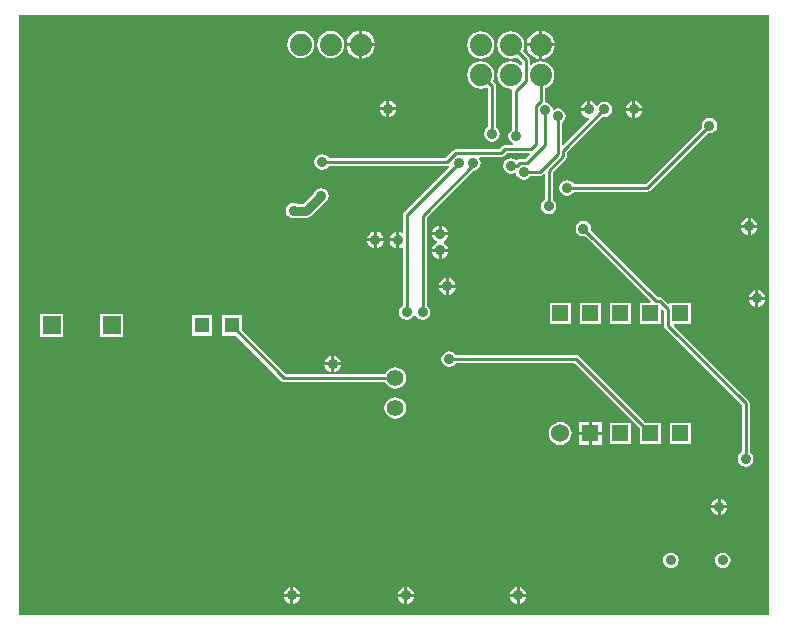
<source format=gbl>
%FSLAX25Y25*%
%MOIN*%
G70*
G01*
G75*
G04 Layer_Physical_Order=2*
G04 Layer_Color=16711680*
%ADD10R,0.04724X0.13780*%
G04:AMPARAMS|DCode=11|XSize=17.72mil|YSize=39.37mil|CornerRadius=4.43mil|HoleSize=0mil|Usage=FLASHONLY|Rotation=180.000|XOffset=0mil|YOffset=0mil|HoleType=Round|Shape=RoundedRectangle|*
%AMROUNDEDRECTD11*
21,1,0.01772,0.03051,0,0,180.0*
21,1,0.00886,0.03937,0,0,180.0*
1,1,0.00886,-0.00443,0.01526*
1,1,0.00886,0.00443,0.01526*
1,1,0.00886,0.00443,-0.01526*
1,1,0.00886,-0.00443,-0.01526*
%
%ADD11ROUNDEDRECTD11*%
%ADD12R,0.01772X0.03937*%
%ADD13R,0.03937X0.01772*%
%ADD14R,0.01969X0.09055*%
%ADD15R,0.05118X0.06102*%
%ADD16R,0.02756X0.02362*%
%ADD17R,0.02165X0.05906*%
%ADD18R,0.02362X0.02756*%
%ADD19R,0.03937X0.04331*%
%ADD20R,0.02362X0.01969*%
%ADD21R,0.02756X0.03543*%
%ADD22R,0.04331X0.03937*%
%ADD23R,0.03543X0.02756*%
%ADD24R,0.01969X0.02362*%
%ADD25R,0.25000X0.50000*%
%ADD26C,0.01000*%
%ADD27C,0.10000*%
%ADD28R,0.07874X0.09843*%
%ADD29C,0.07400*%
%ADD30C,0.05512*%
%ADD31R,0.05500X0.05500*%
%ADD32C,0.06000*%
%ADD33R,0.05118X0.05118*%
%ADD34R,0.05906X0.05906*%
%ADD35C,0.03500*%
%ADD36C,0.03543*%
%ADD37C,0.03000*%
G36*
X250000Y0D02*
X0D01*
Y200000D01*
X250000D01*
Y0D01*
D02*
G37*
%LPC*%
G36*
X125500Y72587D02*
X124572Y72464D01*
X123707Y72106D01*
X122964Y71536D01*
X122394Y70793D01*
X122036Y69928D01*
X121913Y69000D01*
X122036Y68072D01*
X122394Y67207D01*
X122964Y66464D01*
X123707Y65894D01*
X124572Y65536D01*
X125500Y65413D01*
X126428Y65536D01*
X127293Y65894D01*
X128036Y66464D01*
X128606Y67207D01*
X128964Y68072D01*
X129087Y69000D01*
X128964Y69928D01*
X128606Y70793D01*
X128036Y71536D01*
X127293Y72106D01*
X126428Y72464D01*
X125500Y72587D01*
D02*
G37*
G36*
X194250Y64250D02*
X191000D01*
Y61000D01*
X194250D01*
Y64250D01*
D02*
G37*
G36*
X74359Y99859D02*
X67641D01*
Y93141D01*
X72485D01*
X87563Y78063D01*
X87993Y77775D01*
X88500Y77675D01*
X122200D01*
X122394Y77207D01*
X122964Y76464D01*
X123707Y75894D01*
X124572Y75536D01*
X125500Y75413D01*
X126428Y75536D01*
X127293Y75894D01*
X128036Y76464D01*
X128606Y77207D01*
X128964Y78072D01*
X129087Y79000D01*
X128964Y79928D01*
X128606Y80793D01*
X128036Y81536D01*
X127293Y82106D01*
X126428Y82464D01*
X125500Y82587D01*
X124572Y82464D01*
X123707Y82106D01*
X122964Y81536D01*
X122394Y80793D01*
X122200Y80326D01*
X89049D01*
X74359Y95015D01*
Y99859D01*
D02*
G37*
G36*
X107308Y83200D02*
X105100D01*
Y80992D01*
X105318Y81021D01*
X105987Y81298D01*
X106561Y81739D01*
X107002Y82313D01*
X107279Y82982D01*
X107308Y83200D01*
D02*
G37*
G36*
X104100D02*
X101892D01*
X101921Y82982D01*
X102198Y82313D01*
X102639Y81739D01*
X103213Y81298D01*
X103882Y81021D01*
X104100Y80992D01*
Y83200D01*
D02*
G37*
G36*
X204050Y64050D02*
X196950D01*
Y56950D01*
X204050D01*
Y64050D01*
D02*
G37*
G36*
X194250Y60000D02*
X191000D01*
Y56750D01*
X194250D01*
Y60000D01*
D02*
G37*
G36*
X143500Y87900D02*
X142505Y87702D01*
X141662Y87138D01*
X141098Y86295D01*
X140900Y85300D01*
X141098Y84305D01*
X141662Y83461D01*
X142505Y82898D01*
X143500Y82700D01*
X144495Y82898D01*
X145338Y83461D01*
X145681Y83974D01*
X185151D01*
X206950Y62176D01*
Y56950D01*
X214050D01*
Y64050D01*
X208824D01*
X186637Y86237D01*
X186207Y86525D01*
X185700Y86625D01*
X145681D01*
X145338Y87138D01*
X144495Y87702D01*
X143500Y87900D01*
D02*
G37*
G36*
X190000Y64250D02*
X186750D01*
Y61000D01*
X190000D01*
Y64250D01*
D02*
G37*
G36*
X224050Y64050D02*
X216950D01*
Y56950D01*
X224050D01*
Y64050D01*
D02*
G37*
G36*
X104100Y86408D02*
X103882Y86379D01*
X103213Y86102D01*
X102639Y85661D01*
X102198Y85087D01*
X101921Y84418D01*
X101892Y84200D01*
X104100D01*
Y86408D01*
D02*
G37*
G36*
X204050Y104050D02*
X196950D01*
Y96950D01*
X204050D01*
Y104050D01*
D02*
G37*
G36*
X194050D02*
X186950D01*
Y96950D01*
X194050D01*
Y104050D01*
D02*
G37*
G36*
X245500Y105000D02*
X243292D01*
X243321Y104782D01*
X243598Y104113D01*
X244039Y103539D01*
X244613Y103098D01*
X245282Y102821D01*
X245500Y102792D01*
Y105000D01*
D02*
G37*
G36*
Y108208D02*
X245282Y108179D01*
X244613Y107902D01*
X244039Y107461D01*
X243598Y106887D01*
X243321Y106218D01*
X243292Y106000D01*
X245500D01*
Y108208D01*
D02*
G37*
G36*
X248708Y105000D02*
X246500D01*
Y102792D01*
X246718Y102821D01*
X247387Y103098D01*
X247961Y103539D01*
X248402Y104113D01*
X248679Y104782D01*
X248708Y105000D01*
D02*
G37*
G36*
X14753Y100253D02*
X7247D01*
Y92747D01*
X14753D01*
Y100253D01*
D02*
G37*
G36*
X105100Y86408D02*
Y84200D01*
X107308D01*
X107279Y84418D01*
X107002Y85087D01*
X106561Y85661D01*
X105987Y86102D01*
X105318Y86379D01*
X105100Y86408D01*
D02*
G37*
G36*
X34753Y100253D02*
X27247D01*
Y92747D01*
X34753D01*
Y100253D01*
D02*
G37*
G36*
X184050Y104050D02*
X176950D01*
Y96950D01*
X184050D01*
Y104050D01*
D02*
G37*
G36*
X64359Y99859D02*
X57641D01*
Y93141D01*
X64359D01*
Y99859D01*
D02*
G37*
G36*
X90500Y9208D02*
X90282Y9179D01*
X89613Y8902D01*
X89039Y8461D01*
X88598Y7887D01*
X88321Y7218D01*
X88292Y7000D01*
X90500D01*
Y9208D01*
D02*
G37*
G36*
X169208Y6000D02*
X167000D01*
Y3792D01*
X167218Y3821D01*
X167887Y4098D01*
X168461Y4539D01*
X168902Y5113D01*
X169179Y5782D01*
X169208Y6000D01*
D02*
G37*
G36*
X91500Y9208D02*
Y7000D01*
X93708D01*
X93679Y7218D01*
X93402Y7887D01*
X92961Y8461D01*
X92387Y8902D01*
X91718Y9179D01*
X91500Y9208D01*
D02*
G37*
G36*
X129500D02*
Y7000D01*
X131708D01*
X131679Y7218D01*
X131402Y7887D01*
X130961Y8461D01*
X130387Y8902D01*
X129718Y9179D01*
X129500Y9208D01*
D02*
G37*
G36*
X128500D02*
X128282Y9179D01*
X127613Y8902D01*
X127039Y8461D01*
X126598Y7887D01*
X126321Y7218D01*
X126292Y7000D01*
X128500D01*
Y9208D01*
D02*
G37*
G36*
X93708Y6000D02*
X91500D01*
Y3792D01*
X91718Y3821D01*
X92387Y4098D01*
X92961Y4539D01*
X93402Y5113D01*
X93679Y5782D01*
X93708Y6000D01*
D02*
G37*
G36*
X90500D02*
X88292D01*
X88321Y5782D01*
X88598Y5113D01*
X89039Y4539D01*
X89613Y4098D01*
X90282Y3821D01*
X90500Y3792D01*
Y6000D01*
D02*
G37*
G36*
X128500D02*
X126292D01*
X126321Y5782D01*
X126598Y5113D01*
X127039Y4539D01*
X127613Y4098D01*
X128282Y3821D01*
X128500Y3792D01*
Y6000D01*
D02*
G37*
G36*
X166000D02*
X163792D01*
X163821Y5782D01*
X164098Y5113D01*
X164539Y4539D01*
X165113Y4098D01*
X165782Y3821D01*
X166000Y3792D01*
Y6000D01*
D02*
G37*
G36*
X131708D02*
X129500D01*
Y3792D01*
X129718Y3821D01*
X130387Y4098D01*
X130961Y4539D01*
X131402Y5113D01*
X131679Y5782D01*
X131708Y6000D01*
D02*
G37*
G36*
X166000Y9208D02*
X165782Y9179D01*
X165113Y8902D01*
X164539Y8461D01*
X164098Y7887D01*
X163821Y7218D01*
X163792Y7000D01*
X166000D01*
Y9208D01*
D02*
G37*
G36*
X234000Y38708D02*
Y36500D01*
X236208D01*
X236179Y36718D01*
X235902Y37387D01*
X235461Y37961D01*
X234887Y38402D01*
X234218Y38679D01*
X234000Y38708D01*
D02*
G37*
G36*
X233000D02*
X232782Y38679D01*
X232113Y38402D01*
X231539Y37961D01*
X231098Y37387D01*
X230821Y36718D01*
X230792Y36500D01*
X233000D01*
Y38708D01*
D02*
G37*
G36*
X188200Y131400D02*
X187205Y131202D01*
X186362Y130638D01*
X185798Y129795D01*
X185600Y128800D01*
X185798Y127805D01*
X186362Y126962D01*
X187205Y126398D01*
X188200Y126200D01*
X188805Y126320D01*
X210614Y104512D01*
X210422Y104050D01*
X206950D01*
Y96950D01*
X214050D01*
Y101761D01*
X214512Y101952D01*
X215125Y101339D01*
Y96450D01*
X215225Y95943D01*
X215513Y95513D01*
X215513Y95513D01*
X215513Y95513D01*
X240974Y70051D01*
Y54181D01*
X240461Y53838D01*
X239898Y52995D01*
X239700Y52000D01*
X239898Y51005D01*
X240461Y50161D01*
X241305Y49598D01*
X242300Y49400D01*
X243295Y49598D01*
X244139Y50161D01*
X244702Y51005D01*
X244900Y52000D01*
X244702Y52995D01*
X244139Y53838D01*
X243625Y54181D01*
Y70600D01*
X243525Y71107D01*
X243237Y71537D01*
X218286Y96488D01*
X218478Y96950D01*
X224050D01*
Y104050D01*
X216950D01*
Y103916D01*
X216488Y103725D01*
X214726Y105487D01*
X214296Y105775D01*
X213789Y105876D01*
X212999D01*
X190680Y128195D01*
X190800Y128800D01*
X190602Y129795D01*
X190038Y130638D01*
X189195Y131202D01*
X188200Y131400D01*
D02*
G37*
G36*
X190000Y60000D02*
X186750D01*
Y56750D01*
X190000D01*
Y60000D01*
D02*
G37*
G36*
X180500Y64333D02*
X179508Y64202D01*
X178584Y63819D01*
X177790Y63210D01*
X177181Y62416D01*
X176798Y61492D01*
X176667Y60500D01*
X176798Y59508D01*
X177181Y58584D01*
X177790Y57790D01*
X178584Y57181D01*
X179508Y56798D01*
X180500Y56667D01*
X181492Y56798D01*
X182416Y57181D01*
X183210Y57790D01*
X183819Y58584D01*
X184202Y59508D01*
X184333Y60500D01*
X184202Y61492D01*
X183819Y62416D01*
X183210Y63210D01*
X182416Y63819D01*
X181492Y64202D01*
X180500Y64333D01*
D02*
G37*
G36*
X217339Y20830D02*
X216667Y20742D01*
X216042Y20483D01*
X215505Y20070D01*
X215092Y19533D01*
X214833Y18908D01*
X214745Y18236D01*
X214833Y17565D01*
X215092Y16939D01*
X215505Y16402D01*
X216042Y15990D01*
X216667Y15731D01*
X217339Y15642D01*
X218010Y15731D01*
X218636Y15990D01*
X219173Y16402D01*
X219585Y16939D01*
X219844Y17565D01*
X219932Y18236D01*
X219844Y18908D01*
X219585Y19533D01*
X219173Y20070D01*
X218636Y20483D01*
X218010Y20742D01*
X217339Y20830D01*
D02*
G37*
G36*
X167000Y9208D02*
Y7000D01*
X169208D01*
X169179Y7218D01*
X168902Y7887D01*
X168461Y8461D01*
X167887Y8902D01*
X167218Y9179D01*
X167000Y9208D01*
D02*
G37*
G36*
X234661Y20830D02*
X233990Y20742D01*
X233365Y20483D01*
X232827Y20070D01*
X232415Y19533D01*
X232156Y18908D01*
X232068Y18236D01*
X232156Y17565D01*
X232415Y16939D01*
X232827Y16402D01*
X233365Y15990D01*
X233990Y15731D01*
X234661Y15642D01*
X235333Y15731D01*
X235958Y15990D01*
X236495Y16402D01*
X236908Y16939D01*
X237167Y17565D01*
X237255Y18236D01*
X237167Y18908D01*
X236908Y19533D01*
X236495Y20070D01*
X235958Y20483D01*
X235333Y20742D01*
X234661Y20830D01*
D02*
G37*
G36*
X236208Y35500D02*
X234000D01*
Y33292D01*
X234218Y33321D01*
X234887Y33598D01*
X235461Y34039D01*
X235902Y34613D01*
X236179Y35282D01*
X236208Y35500D01*
D02*
G37*
G36*
X233000D02*
X230792D01*
X230821Y35282D01*
X231098Y34613D01*
X231539Y34039D01*
X232113Y33598D01*
X232782Y33321D01*
X233000Y33292D01*
Y35500D01*
D02*
G37*
G36*
X246500Y108208D02*
Y106000D01*
X248708D01*
X248679Y106218D01*
X248402Y106887D01*
X247961Y107461D01*
X247387Y107902D01*
X246718Y108179D01*
X246500Y108208D01*
D02*
G37*
G36*
X205500Y171208D02*
Y169000D01*
X207708D01*
X207679Y169218D01*
X207402Y169887D01*
X206961Y170461D01*
X206387Y170902D01*
X205718Y171179D01*
X205500Y171208D01*
D02*
G37*
G36*
X204500D02*
X204282Y171179D01*
X203613Y170902D01*
X203039Y170461D01*
X202598Y169887D01*
X202321Y169218D01*
X202292Y169000D01*
X204500D01*
Y171208D01*
D02*
G37*
G36*
X122500Y171508D02*
X122282Y171479D01*
X121613Y171202D01*
X121039Y170761D01*
X120598Y170187D01*
X120321Y169518D01*
X120292Y169300D01*
X122500D01*
Y171508D01*
D02*
G37*
G36*
X164000Y194539D02*
X162825Y194384D01*
X161731Y193931D01*
X160791Y193209D01*
X160069Y192269D01*
X159616Y191175D01*
X159461Y190000D01*
X159616Y188825D01*
X160069Y187731D01*
X160791Y186791D01*
X161731Y186069D01*
X162825Y185616D01*
X164000Y185461D01*
X165175Y185616D01*
X166119Y186007D01*
X167675Y184451D01*
Y183367D01*
X167209Y183209D01*
X166269Y183931D01*
X165175Y184384D01*
X164000Y184539D01*
X162825Y184384D01*
X161731Y183931D01*
X160791Y183209D01*
X160069Y182269D01*
X159616Y181175D01*
X159461Y180000D01*
X159616Y178825D01*
X160069Y177731D01*
X160791Y176791D01*
X161731Y176069D01*
X162825Y175616D01*
X164000Y175461D01*
X164211Y175489D01*
X164553Y175124D01*
X164474Y174729D01*
Y161781D01*
X163962Y161438D01*
X163398Y160595D01*
X163200Y159600D01*
X163398Y158605D01*
X163962Y157762D01*
X164796Y157204D01*
X164651Y156726D01*
X162200D01*
X161693Y156625D01*
X161263Y156337D01*
X160101Y155175D01*
X145637D01*
X145129Y155075D01*
X144699Y154787D01*
X142238Y152325D01*
X103281D01*
X102938Y152838D01*
X102095Y153402D01*
X101100Y153600D01*
X100105Y153402D01*
X99261Y152838D01*
X98698Y151995D01*
X98500Y151000D01*
X98698Y150005D01*
X99261Y149162D01*
X100105Y148598D01*
X101100Y148400D01*
X102095Y148598D01*
X102938Y149162D01*
X103281Y149674D01*
X142787D01*
X143294Y149775D01*
X143304Y149782D01*
X143621Y149396D01*
X128413Y134187D01*
X128125Y133757D01*
X128024Y133250D01*
Y127712D01*
X127609Y127435D01*
X127018Y127679D01*
X126800Y127708D01*
Y125000D01*
Y122292D01*
X127018Y122321D01*
X127609Y122565D01*
X128024Y122288D01*
Y103115D01*
X127462Y102738D01*
X126898Y101895D01*
X126700Y100900D01*
X126898Y99905D01*
X127462Y99062D01*
X128305Y98498D01*
X129300Y98300D01*
X130295Y98498D01*
X131138Y99062D01*
X131700Y99902D01*
X132200D01*
X132762Y99062D01*
X133605Y98498D01*
X134600Y98300D01*
X135595Y98498D01*
X136438Y99062D01*
X137002Y99905D01*
X137200Y100900D01*
X137002Y101895D01*
X136438Y102738D01*
X135925Y103081D01*
Y132551D01*
X151493Y148119D01*
X152395Y148298D01*
X153238Y148862D01*
X153802Y149705D01*
X154000Y150700D01*
X153802Y151695D01*
X153542Y152084D01*
X153778Y152524D01*
X160650D01*
X161157Y152625D01*
X161587Y152913D01*
X161587Y152913D01*
X161587Y152913D01*
X162749Y154075D01*
X170247D01*
X170438Y153613D01*
X168901Y152076D01*
X167037D01*
X166529Y151975D01*
X166099Y151687D01*
X165941Y151528D01*
X165838Y151539D01*
X164995Y152102D01*
X164000Y152300D01*
X163005Y152102D01*
X162162Y151538D01*
X161598Y150695D01*
X161400Y149700D01*
X161598Y148705D01*
X162162Y147862D01*
X163005Y147298D01*
X164000Y147100D01*
X164995Y147298D01*
X165314Y147511D01*
X165776Y147320D01*
X165898Y146705D01*
X166462Y145862D01*
X167305Y145298D01*
X168300Y145100D01*
X169295Y145298D01*
X170138Y145862D01*
X170481Y146374D01*
X173600D01*
X174107Y146475D01*
X174537Y146763D01*
X174537Y146763D01*
X174537Y146763D01*
X174813Y147038D01*
X175275Y146847D01*
Y138381D01*
X174762Y138038D01*
X174198Y137195D01*
X174000Y136200D01*
X174198Y135205D01*
X174762Y134362D01*
X175605Y133798D01*
X176600Y133600D01*
X177595Y133798D01*
X178438Y134362D01*
X179002Y135205D01*
X179200Y136200D01*
X179002Y137195D01*
X178438Y138038D01*
X177926Y138381D01*
Y147605D01*
X182437Y152117D01*
X182725Y152547D01*
X182826Y153054D01*
Y154251D01*
X194595Y166020D01*
X195200Y165900D01*
X196195Y166098D01*
X197038Y166662D01*
X197602Y167505D01*
X197800Y168500D01*
X197602Y169495D01*
X197038Y170338D01*
X196195Y170902D01*
X195200Y171100D01*
X194205Y170902D01*
X193362Y170338D01*
X192948Y169720D01*
X192451Y169769D01*
X192402Y169887D01*
X191961Y170461D01*
X191387Y170902D01*
X190718Y171179D01*
X190500Y171208D01*
Y168500D01*
X190000D01*
Y168000D01*
X187292D01*
X187321Y167782D01*
X187598Y167113D01*
X188039Y166539D01*
X188613Y166098D01*
X189282Y165821D01*
X189927Y165736D01*
X190088Y165262D01*
X181487Y156662D01*
X181026Y156853D01*
Y164119D01*
X181538Y164462D01*
X182102Y165305D01*
X182300Y166300D01*
X182102Y167295D01*
X181538Y168138D01*
X180695Y168702D01*
X179700Y168900D01*
X178705Y168702D01*
X178386Y168489D01*
X177924Y168680D01*
X177802Y169295D01*
X177238Y170138D01*
X176395Y170702D01*
X175400Y170900D01*
X175326Y171213D01*
Y175678D01*
X176269Y176069D01*
X177209Y176791D01*
X177931Y177731D01*
X178384Y178825D01*
X178539Y180000D01*
X178384Y181175D01*
X177931Y182269D01*
X177209Y183209D01*
X176269Y183931D01*
X175175Y184384D01*
X174000Y184539D01*
X172825Y184384D01*
X171731Y183931D01*
X170791Y183209D01*
X170326Y183367D01*
Y185000D01*
X170225Y185507D01*
X169937Y185937D01*
X167993Y187881D01*
X168384Y188825D01*
X168539Y190000D01*
X168384Y191175D01*
X167931Y192269D01*
X167209Y193209D01*
X166269Y193931D01*
X165175Y194384D01*
X164000Y194539D01*
D02*
G37*
G36*
X123500Y171508D02*
Y169300D01*
X125708D01*
X125679Y169518D01*
X125402Y170187D01*
X124961Y170761D01*
X124387Y171202D01*
X123718Y171479D01*
X123500Y171508D01*
D02*
G37*
G36*
X207708Y168000D02*
X205500D01*
Y165792D01*
X205718Y165821D01*
X206387Y166098D01*
X206961Y166539D01*
X207402Y167113D01*
X207679Y167782D01*
X207708Y168000D01*
D02*
G37*
G36*
X204500D02*
X202292D01*
X202321Y167782D01*
X202598Y167113D01*
X203039Y166539D01*
X203613Y166098D01*
X204282Y165821D01*
X204500Y165792D01*
Y168000D01*
D02*
G37*
G36*
X122500Y168300D02*
X120292D01*
X120321Y168082D01*
X120598Y167413D01*
X121039Y166839D01*
X121613Y166398D01*
X122282Y166121D01*
X122500Y166092D01*
Y168300D01*
D02*
G37*
G36*
X189500Y171208D02*
X189282Y171179D01*
X188613Y170902D01*
X188039Y170461D01*
X187598Y169887D01*
X187321Y169218D01*
X187292Y169000D01*
X189500D01*
Y171208D01*
D02*
G37*
G36*
X125708Y168300D02*
X123500D01*
Y166092D01*
X123718Y166121D01*
X124387Y166398D01*
X124961Y166839D01*
X125402Y167413D01*
X125679Y168082D01*
X125708Y168300D01*
D02*
G37*
G36*
X173500Y189500D02*
X169325D01*
X169421Y188773D01*
X169895Y187630D01*
X170648Y186648D01*
X171630Y185895D01*
X172773Y185421D01*
X173500Y185325D01*
Y189500D01*
D02*
G37*
G36*
Y194675D02*
X172773Y194579D01*
X171630Y194105D01*
X170648Y193352D01*
X169895Y192370D01*
X169421Y191227D01*
X169325Y190500D01*
X173500D01*
Y194675D01*
D02*
G37*
G36*
X104000Y194689D02*
X102825Y194534D01*
X101731Y194081D01*
X100791Y193359D01*
X100069Y192419D01*
X99616Y191325D01*
X99461Y190150D01*
X99616Y188975D01*
X100069Y187881D01*
X100791Y186941D01*
X101731Y186219D01*
X102825Y185766D01*
X104000Y185611D01*
X105175Y185766D01*
X106269Y186219D01*
X107209Y186941D01*
X107931Y187881D01*
X108384Y188975D01*
X108539Y190150D01*
X108384Y191325D01*
X107931Y192419D01*
X107209Y193359D01*
X106269Y194081D01*
X105175Y194534D01*
X104000Y194689D01*
D02*
G37*
G36*
X174500Y194675D02*
Y190500D01*
X178675D01*
X178579Y191227D01*
X178105Y192370D01*
X177352Y193352D01*
X176370Y194105D01*
X175227Y194579D01*
X174500Y194675D01*
D02*
G37*
G36*
X114500Y194825D02*
Y190650D01*
X118675D01*
X118579Y191377D01*
X118105Y192520D01*
X117352Y193502D01*
X116370Y194255D01*
X115227Y194729D01*
X114500Y194825D01*
D02*
G37*
G36*
X113500D02*
X112773Y194729D01*
X111630Y194255D01*
X110648Y193502D01*
X109895Y192520D01*
X109421Y191377D01*
X109325Y190650D01*
X113500D01*
Y194825D01*
D02*
G37*
G36*
X154000Y194539D02*
X152825Y194384D01*
X151731Y193931D01*
X150791Y193209D01*
X150069Y192269D01*
X149616Y191175D01*
X149461Y190000D01*
X149616Y188825D01*
X150069Y187731D01*
X150791Y186791D01*
X151731Y186069D01*
X152825Y185616D01*
X154000Y185461D01*
X155175Y185616D01*
X156269Y186069D01*
X157209Y186791D01*
X157931Y187731D01*
X158384Y188825D01*
X158539Y190000D01*
X158384Y191175D01*
X157931Y192269D01*
X157209Y193209D01*
X156269Y193931D01*
X155175Y194384D01*
X154000Y194539D01*
D02*
G37*
G36*
X178675Y189500D02*
X174500D01*
Y185325D01*
X175227Y185421D01*
X176370Y185895D01*
X177352Y186648D01*
X178105Y187630D01*
X178579Y188773D01*
X178675Y189500D01*
D02*
G37*
G36*
X113500Y189650D02*
X109325D01*
X109421Y188923D01*
X109895Y187780D01*
X110648Y186798D01*
X111630Y186045D01*
X112773Y185571D01*
X113500Y185475D01*
Y189650D01*
D02*
G37*
G36*
X94000Y194689D02*
X92825Y194534D01*
X91731Y194081D01*
X90791Y193359D01*
X90069Y192419D01*
X89616Y191325D01*
X89461Y190150D01*
X89616Y188975D01*
X90069Y187881D01*
X90791Y186941D01*
X91731Y186219D01*
X92825Y185766D01*
X94000Y185611D01*
X95175Y185766D01*
X96269Y186219D01*
X97209Y186941D01*
X97931Y187881D01*
X98384Y188975D01*
X98539Y190150D01*
X98384Y191325D01*
X97931Y192419D01*
X97209Y193359D01*
X96269Y194081D01*
X95175Y194534D01*
X94000Y194689D01*
D02*
G37*
G36*
X118675Y189650D02*
X114500D01*
Y185475D01*
X115227Y185571D01*
X116370Y186045D01*
X117352Y186798D01*
X118105Y187780D01*
X118579Y188923D01*
X118675Y189650D01*
D02*
G37*
G36*
X230200Y165700D02*
X229205Y165502D01*
X228362Y164938D01*
X227798Y164095D01*
X227600Y163100D01*
X227720Y162495D01*
X208951Y143726D01*
X184981D01*
X184638Y144238D01*
X183795Y144802D01*
X182800Y145000D01*
X181805Y144802D01*
X180962Y144238D01*
X180398Y143395D01*
X180200Y142400D01*
X180398Y141405D01*
X180962Y140562D01*
X181805Y139998D01*
X182800Y139800D01*
X183795Y139998D01*
X184638Y140562D01*
X184981Y141075D01*
X209500D01*
X210007Y141175D01*
X210437Y141463D01*
X210437Y141463D01*
X210437Y141463D01*
X229595Y160620D01*
X230200Y160500D01*
X231195Y160698D01*
X232038Y161262D01*
X232602Y162105D01*
X232800Y163100D01*
X232602Y164095D01*
X232038Y164938D01*
X231195Y165502D01*
X230200Y165700D01*
D02*
G37*
G36*
X143208Y126500D02*
X137792D01*
X137821Y126282D01*
X138098Y125613D01*
X138539Y125039D01*
X139113Y124598D01*
X139349Y124500D01*
Y124000D01*
X139113Y123902D01*
X138539Y123461D01*
X138098Y122887D01*
X137821Y122218D01*
X137792Y122000D01*
X143208D01*
X143179Y122218D01*
X142902Y122887D01*
X142461Y123461D01*
X141887Y123902D01*
X141651Y124000D01*
Y124500D01*
X141887Y124598D01*
X142461Y125039D01*
X142902Y125613D01*
X143179Y126282D01*
X143208Y126500D01*
D02*
G37*
G36*
Y121000D02*
X141000D01*
Y118792D01*
X141218Y118821D01*
X141887Y119098D01*
X142461Y119539D01*
X142902Y120113D01*
X143179Y120782D01*
X143208Y121000D01*
D02*
G37*
G36*
X125800Y124500D02*
X123592D01*
X123621Y124282D01*
X123898Y123613D01*
X124339Y123039D01*
X124913Y122598D01*
X125582Y122321D01*
X125800Y122292D01*
Y124500D01*
D02*
G37*
G36*
X121608Y124600D02*
X119400D01*
Y122392D01*
X119618Y122421D01*
X120287Y122698D01*
X120861Y123139D01*
X121302Y123713D01*
X121579Y124382D01*
X121608Y124600D01*
D02*
G37*
G36*
X118400D02*
X116192D01*
X116221Y124382D01*
X116498Y123713D01*
X116939Y123139D01*
X117513Y122698D01*
X118182Y122421D01*
X118400Y122392D01*
Y124600D01*
D02*
G37*
G36*
X145608Y109000D02*
X143400D01*
Y106792D01*
X143618Y106821D01*
X144287Y107098D01*
X144861Y107539D01*
X145302Y108113D01*
X145579Y108782D01*
X145608Y109000D01*
D02*
G37*
G36*
X142400D02*
X140192D01*
X140221Y108782D01*
X140498Y108113D01*
X140939Y107539D01*
X141513Y107098D01*
X142182Y106821D01*
X142400Y106792D01*
Y109000D01*
D02*
G37*
G36*
Y112208D02*
X142182Y112179D01*
X141513Y111902D01*
X140939Y111461D01*
X140498Y110887D01*
X140221Y110218D01*
X140192Y110000D01*
X142400D01*
Y112208D01*
D02*
G37*
G36*
X140000Y121000D02*
X137792D01*
X137821Y120782D01*
X138098Y120113D01*
X138539Y119539D01*
X139113Y119098D01*
X139782Y118821D01*
X140000Y118792D01*
Y121000D01*
D02*
G37*
G36*
X143400Y112208D02*
Y110000D01*
X145608D01*
X145579Y110218D01*
X145302Y110887D01*
X144861Y111461D01*
X144287Y111902D01*
X143618Y112179D01*
X143400Y112208D01*
D02*
G37*
G36*
X125800Y127708D02*
X125582Y127679D01*
X124913Y127402D01*
X124339Y126961D01*
X123898Y126387D01*
X123621Y125718D01*
X123592Y125500D01*
X125800D01*
Y127708D01*
D02*
G37*
G36*
X243000Y132208D02*
X242782Y132179D01*
X242113Y131902D01*
X241539Y131461D01*
X241098Y130887D01*
X240821Y130218D01*
X240792Y130000D01*
X243000D01*
Y132208D01*
D02*
G37*
G36*
X141000Y129708D02*
Y127500D01*
X143208D01*
X143179Y127718D01*
X142902Y128387D01*
X142461Y128961D01*
X141887Y129402D01*
X141218Y129679D01*
X141000Y129708D01*
D02*
G37*
G36*
X244000Y132208D02*
Y130000D01*
X246208D01*
X246179Y130218D01*
X245902Y130887D01*
X245461Y131461D01*
X244887Y131902D01*
X244218Y132179D01*
X244000Y132208D01*
D02*
G37*
G36*
X154000Y184539D02*
X152825Y184384D01*
X151731Y183931D01*
X150791Y183209D01*
X150069Y182269D01*
X149616Y181175D01*
X149461Y180000D01*
X149616Y178825D01*
X150069Y177731D01*
X150791Y176791D01*
X151731Y176069D01*
X152825Y175616D01*
X154000Y175461D01*
X155175Y175616D01*
X155959Y175941D01*
X156375Y175663D01*
Y162581D01*
X155862Y162238D01*
X155298Y161395D01*
X155100Y160400D01*
X155298Y159405D01*
X155862Y158562D01*
X156705Y157998D01*
X157700Y157800D01*
X158695Y157998D01*
X159538Y158562D01*
X160102Y159405D01*
X160300Y160400D01*
X160102Y161395D01*
X159538Y162238D01*
X159026Y162581D01*
Y176300D01*
X158925Y176807D01*
X158637Y177237D01*
X157993Y177881D01*
X158384Y178825D01*
X158539Y180000D01*
X158384Y181175D01*
X157931Y182269D01*
X157209Y183209D01*
X156269Y183931D01*
X155175Y184384D01*
X154000Y184539D01*
D02*
G37*
G36*
X100800Y142300D02*
X99805Y142102D01*
X98962Y141538D01*
X98398Y140695D01*
X98378Y140594D01*
X94929Y137145D01*
X92680D01*
X92595Y137202D01*
X91600Y137400D01*
X90605Y137202D01*
X89762Y136638D01*
X89198Y135795D01*
X89000Y134800D01*
X89198Y133805D01*
X89762Y132962D01*
X90605Y132398D01*
X91600Y132200D01*
X92595Y132398D01*
X92680Y132455D01*
X95900D01*
X96797Y132633D01*
X97558Y133142D01*
X101694Y137278D01*
X101795Y137298D01*
X102638Y137862D01*
X103202Y138705D01*
X103400Y139700D01*
X103202Y140695D01*
X102638Y141538D01*
X101795Y142102D01*
X100800Y142300D01*
D02*
G37*
G36*
X119400Y127808D02*
Y125600D01*
X121608D01*
X121579Y125818D01*
X121302Y126487D01*
X120861Y127061D01*
X120287Y127502D01*
X119618Y127779D01*
X119400Y127808D01*
D02*
G37*
G36*
X118400D02*
X118182Y127779D01*
X117513Y127502D01*
X116939Y127061D01*
X116498Y126487D01*
X116221Y125818D01*
X116192Y125600D01*
X118400D01*
Y127808D01*
D02*
G37*
G36*
X243000Y129000D02*
X240792D01*
X240821Y128782D01*
X241098Y128113D01*
X241539Y127539D01*
X242113Y127098D01*
X242782Y126821D01*
X243000Y126792D01*
Y129000D01*
D02*
G37*
G36*
X140000Y129708D02*
X139782Y129679D01*
X139113Y129402D01*
X138539Y128961D01*
X138098Y128387D01*
X137821Y127718D01*
X137792Y127500D01*
X140000D01*
Y129708D01*
D02*
G37*
G36*
X246208Y129000D02*
X244000D01*
Y126792D01*
X244218Y126821D01*
X244887Y127098D01*
X245461Y127539D01*
X245902Y128113D01*
X246179Y128782D01*
X246208Y129000D01*
D02*
G37*
%LPD*%
D26*
X154000Y180000D02*
X157700Y176300D01*
Y160400D02*
Y176300D01*
X129350Y133250D02*
X146900Y150800D01*
X181500Y154800D02*
X195200Y168500D01*
X181500Y153054D02*
Y154800D01*
X176600Y148154D02*
X181500Y153054D01*
X176600Y136200D02*
Y148154D01*
X164000Y190000D02*
X169000Y185000D01*
Y177929D02*
Y185000D01*
X165800Y174729D02*
X169000Y177929D01*
X165800Y159600D02*
Y174729D01*
X172350Y157150D02*
Y169563D01*
X170600Y155400D02*
X172350Y157150D01*
X162200Y155400D02*
X170600D01*
X169450Y150750D02*
X175400Y156700D01*
X167037Y150750D02*
X169450D01*
X165987Y149700D02*
X167037Y150750D01*
X164000Y149700D02*
X165987D01*
X175400Y156700D02*
Y168300D01*
X179700Y153800D02*
Y166300D01*
X173600Y147700D02*
X179700Y153800D01*
X168300Y147700D02*
X173600D01*
X174000Y171213D02*
Y180000D01*
X172350Y169563D02*
X174000Y171213D01*
X160650Y153850D02*
X162200Y155400D01*
X145637Y153850D02*
X160650D01*
X142787Y151000D02*
X145637Y153850D01*
X101100Y151000D02*
X142787D01*
X151400Y150700D02*
X151800Y150300D01*
X129350Y100950D02*
Y133250D01*
X129300Y100900D02*
X129350Y100950D01*
X134600Y133100D02*
X151800Y150300D01*
X134600Y100900D02*
Y133100D01*
X216450Y96450D02*
Y101889D01*
X213789Y104550D02*
X216450Y101889D01*
X242300Y52000D02*
Y70600D01*
X216450Y96450D02*
X242300Y70600D01*
X212450Y104550D02*
X213789D01*
X188200Y128800D02*
X212450Y104550D01*
X182800Y142400D02*
X209500D01*
X230200Y163100D01*
X143500Y85300D02*
X185700D01*
X210500Y60500D01*
X71000Y96500D02*
X88500Y79000D01*
X125500D01*
D29*
X154000Y180000D02*
D03*
Y190000D02*
D03*
X164000Y180000D02*
D03*
Y190000D02*
D03*
X174000Y180000D02*
D03*
Y190000D02*
D03*
X94000Y190150D02*
D03*
X104000D02*
D03*
X114000D02*
D03*
D30*
X125500Y69000D02*
D03*
Y79000D02*
D03*
D31*
X180500Y100500D02*
D03*
X190500D02*
D03*
X200500D02*
D03*
X210500D02*
D03*
X220500D02*
D03*
Y60500D02*
D03*
X210500D02*
D03*
X200500D02*
D03*
X190500D02*
D03*
D32*
X180500D02*
D03*
D33*
X61000Y96500D02*
D03*
X71000D02*
D03*
D34*
X31000D02*
D03*
X11000D02*
D03*
D35*
X157700Y160400D02*
D03*
X176600Y136200D02*
D03*
X182800Y142400D02*
D03*
X195200Y168500D02*
D03*
X118900Y125100D02*
D03*
X165800Y159600D02*
D03*
X91600Y134800D02*
D03*
X100800Y139700D02*
D03*
X179700Y166300D02*
D03*
X175400Y168300D02*
D03*
X151400Y150700D02*
D03*
X164000Y149700D02*
D03*
X168300Y147700D02*
D03*
X142900Y109500D02*
D03*
X146900Y150800D02*
D03*
X134600Y100900D02*
D03*
X129300D02*
D03*
X126300Y125000D02*
D03*
X140500Y127000D02*
D03*
X104600Y83700D02*
D03*
X242300Y52000D02*
D03*
X188200Y128800D02*
D03*
X101100Y151000D02*
D03*
X230200Y163100D02*
D03*
X143500Y85300D02*
D03*
X123000Y168800D02*
D03*
X91000Y6500D02*
D03*
X129000D02*
D03*
X166500D02*
D03*
X233500Y36000D02*
D03*
X246000Y105500D02*
D03*
X243500Y129500D02*
D03*
X190000Y168500D02*
D03*
X205000D02*
D03*
X140500Y121500D02*
D03*
D36*
X234661Y18236D02*
D03*
X217339D02*
D03*
D37*
X95900Y134800D02*
X100800Y139700D01*
X91600Y134800D02*
X95900D01*
M02*

</source>
